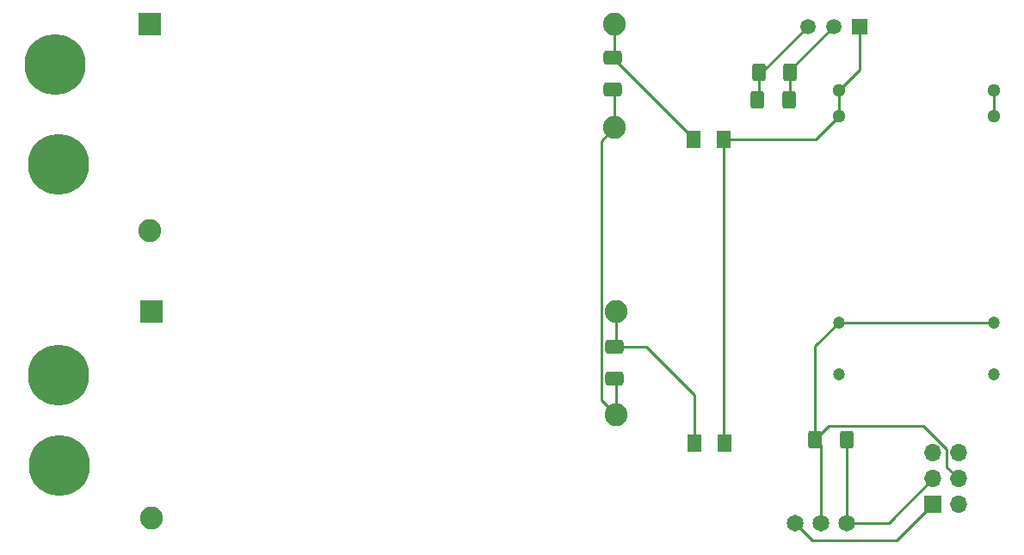
<source format=gbr>
%TF.GenerationSoftware,KiCad,Pcbnew,(6.0.7)*%
%TF.CreationDate,2023-04-08T09:09:21+05:30*%
%TF.ProjectId,aux_PS,6175785f-5053-42e6-9b69-6361645f7063,rev?*%
%TF.SameCoordinates,Original*%
%TF.FileFunction,Copper,L2,Bot*%
%TF.FilePolarity,Positive*%
%FSLAX46Y46*%
G04 Gerber Fmt 4.6, Leading zero omitted, Abs format (unit mm)*
G04 Created by KiCad (PCBNEW (6.0.7)) date 2023-04-08 09:09:21*
%MOMM*%
%LPD*%
G01*
G04 APERTURE LIST*
G04 Aperture macros list*
%AMRoundRect*
0 Rectangle with rounded corners*
0 $1 Rounding radius*
0 $2 $3 $4 $5 $6 $7 $8 $9 X,Y pos of 4 corners*
0 Add a 4 corners polygon primitive as box body*
4,1,4,$2,$3,$4,$5,$6,$7,$8,$9,$2,$3,0*
0 Add four circle primitives for the rounded corners*
1,1,$1+$1,$2,$3*
1,1,$1+$1,$4,$5*
1,1,$1+$1,$6,$7*
1,1,$1+$1,$8,$9*
0 Add four rect primitives between the rounded corners*
20,1,$1+$1,$2,$3,$4,$5,0*
20,1,$1+$1,$4,$5,$6,$7,0*
20,1,$1+$1,$6,$7,$8,$9,0*
20,1,$1+$1,$8,$9,$2,$3,0*%
G04 Aperture macros list end*
%TA.AperFunction,ComponentPad*%
%ADD10C,1.650000*%
%TD*%
%TA.AperFunction,SMDPad,CuDef*%
%ADD11RoundRect,0.250000X-0.400000X-0.625000X0.400000X-0.625000X0.400000X0.625000X-0.400000X0.625000X0*%
%TD*%
%TA.AperFunction,ComponentPad*%
%ADD12R,2.250000X2.250000*%
%TD*%
%TA.AperFunction,ComponentPad*%
%ADD13C,2.250000*%
%TD*%
%TA.AperFunction,ComponentPad*%
%ADD14R,1.500000X1.500000*%
%TD*%
%TA.AperFunction,ComponentPad*%
%ADD15C,1.500000*%
%TD*%
%TA.AperFunction,SMDPad,CuDef*%
%ADD16RoundRect,0.250000X0.400000X0.625000X-0.400000X0.625000X-0.400000X-0.625000X0.400000X-0.625000X0*%
%TD*%
%TA.AperFunction,ComponentPad*%
%ADD17C,1.286000*%
%TD*%
%TA.AperFunction,ComponentPad*%
%ADD18C,1.200000*%
%TD*%
%TA.AperFunction,ComponentPad*%
%ADD19R,1.700000X1.700000*%
%TD*%
%TA.AperFunction,ComponentPad*%
%ADD20O,1.700000X1.700000*%
%TD*%
%TA.AperFunction,SMDPad,CuDef*%
%ADD21RoundRect,0.250001X-0.462499X-0.624999X0.462499X-0.624999X0.462499X0.624999X-0.462499X0.624999X0*%
%TD*%
%TA.AperFunction,SMDPad,CuDef*%
%ADD22RoundRect,0.250000X-0.650000X0.412500X-0.650000X-0.412500X0.650000X-0.412500X0.650000X0.412500X0*%
%TD*%
%TA.AperFunction,ViaPad*%
%ADD23C,6.000000*%
%TD*%
%TA.AperFunction,ViaPad*%
%ADD24C,0.800000*%
%TD*%
%TA.AperFunction,Conductor*%
%ADD25C,0.250000*%
%TD*%
G04 APERTURE END LIST*
D10*
%TO.P,J1,1,+VIN*%
%TO.N,ctrl_15*%
X129510000Y-98380000D03*
%TO.P,J1,2,GND*%
%TO.N,ctrl_gnd*%
X132050000Y-98380000D03*
%TO.P,J1,3,+VOUT*%
%TO.N,ctrl_3v3*%
X134590000Y-98380000D03*
%TD*%
D11*
%TO.P,R2,1*%
%TO.N,ctrl_gnd*%
X131520000Y-90180000D03*
%TO.P,R2,2*%
%TO.N,ctrl_3v3*%
X134620000Y-90180000D03*
%TD*%
D12*
%TO.P,AC_DC1,1,AC_N*%
%TO.N,Batt_inn*%
X66230000Y-77570000D03*
D13*
%TO.P,AC_DC1,2,AC_L*%
%TO.N,Batt_inp*%
X66230000Y-97890000D03*
%TO.P,AC_DC1,3,-Vo*%
%TO.N,24_gnd*%
X111950000Y-87730000D03*
%TO.P,AC_DC1,4,+Vo*%
%TO.N,Net-(AC_DC1-Pad4)*%
X111950000Y-77570000D03*
%TD*%
D14*
%TO.P,PS1,1,VIN*%
%TO.N,/V_24*%
X135870000Y-49540000D03*
D15*
%TO.P,PS1,2,GND*%
%TO.N,24_gnd*%
X133330000Y-49540000D03*
%TO.P,PS1,3,VOUT*%
%TO.N,V12*%
X130790000Y-49540000D03*
%TD*%
D12*
%TO.P,AC_DC2,1,AC_N*%
%TO.N,AC_N*%
X66070000Y-49330000D03*
D13*
%TO.P,AC_DC2,2,AC_L*%
%TO.N,AC_L*%
X66070000Y-69650000D03*
%TO.P,AC_DC2,3,-Vo*%
%TO.N,24_gnd*%
X111790000Y-59490000D03*
%TO.P,AC_DC2,4,+Vo*%
%TO.N,Net-(D2-Pad1)*%
X111790000Y-49330000D03*
%TD*%
D16*
%TO.P,R1,1*%
%TO.N,24_gnd*%
X129055000Y-54060000D03*
%TO.P,R1,2*%
%TO.N,V12*%
X125955000Y-54060000D03*
%TD*%
D17*
%TO.P,DC_DC1,23,Vin*%
%TO.N,/V_24*%
X133835000Y-55800000D03*
%TO.P,DC_DC1,22,Vin*%
X133835000Y-58340000D03*
D18*
%TO.P,DC_DC1,16,common*%
%TO.N,ctrl_gnd*%
X133835000Y-78660000D03*
%TO.P,DC_DC1,14,+Vout*%
%TO.N,ctrl_15*%
X133835000Y-83740000D03*
%TO.P,DC_DC1,11,-Vout*%
%TO.N,ctrl_-15*%
X149075000Y-83740000D03*
%TO.P,DC_DC1,9,common*%
%TO.N,ctrl_gnd*%
X149075000Y-78660000D03*
D17*
%TO.P,DC_DC1,3,-Vin*%
%TO.N,24_gnd*%
X149075000Y-58340000D03*
%TO.P,DC_DC1,2,-Vin*%
X149075000Y-55800000D03*
%TD*%
D19*
%TO.P,J2,1,Pin_1*%
%TO.N,ctrl_15*%
X143100000Y-96575000D03*
D20*
%TO.P,J2,2,Pin_2*%
%TO.N,ctrl_-15*%
X145640000Y-96575000D03*
%TO.P,J2,3,Pin_3*%
%TO.N,ctrl_3v3*%
X143100000Y-94035000D03*
%TO.P,J2,4,Pin_4*%
%TO.N,ctrl_gnd*%
X145640000Y-94035000D03*
%TO.P,J2,5,Pin_5*%
%TO.N,24_gnd*%
X143100000Y-91495000D03*
%TO.P,J2,6,Pin_6*%
%TO.N,V12*%
X145640000Y-91495000D03*
%TD*%
D21*
%TO.P,D1,1,K*%
%TO.N,Net-(AC_DC1-Pad4)*%
X119675000Y-90520000D03*
%TO.P,D1,2,A*%
%TO.N,/V_24*%
X122650000Y-90520000D03*
%TD*%
D22*
%TO.P,C3,1*%
%TO.N,Net-(D2-Pad1)*%
X111630000Y-52637500D03*
%TO.P,C3,2*%
%TO.N,24_gnd*%
X111630000Y-55762500D03*
%TD*%
D21*
%TO.P,D2,1,K*%
%TO.N,Net-(D2-Pad1)*%
X119565000Y-60620000D03*
%TO.P,D2,2,A*%
%TO.N,/V_24*%
X122540000Y-60620000D03*
%TD*%
D16*
%TO.P,C5,1*%
%TO.N,24_gnd*%
X128965000Y-56750000D03*
%TO.P,C5,2*%
%TO.N,V12*%
X125865000Y-56750000D03*
%TD*%
D22*
%TO.P,C4,1*%
%TO.N,Net-(AC_DC1-Pad4)*%
X111800000Y-81047500D03*
%TO.P,C4,2*%
%TO.N,24_gnd*%
X111800000Y-84172500D03*
%TD*%
D23*
%TO.N,Batt_inn*%
X57100000Y-83850000D03*
%TO.N,Batt_inp*%
X57190000Y-92750000D03*
%TO.N,AC_L*%
X57050000Y-63100000D03*
%TO.N,AC_N*%
X56720000Y-53300000D03*
D24*
%TO.N,24_gnd*%
X129100000Y-56750000D03*
%TO.N,Net-(AC_DC1-Pad4)*%
X119675000Y-90520000D03*
%TD*%
D25*
%TO.N,ctrl_gnd*%
X144465000Y-91135000D02*
X144465000Y-92860000D01*
X142200000Y-88870000D02*
X144465000Y-91135000D01*
X144465000Y-92860000D02*
X145640000Y-94035000D01*
X131520000Y-90180000D02*
X132830000Y-88870000D01*
X132830000Y-88870000D02*
X142200000Y-88870000D01*
%TO.N,ctrl_15*%
X139567135Y-100107865D02*
X143100000Y-96575000D01*
X131237865Y-100107865D02*
X139567135Y-100107865D01*
X129510000Y-98380000D02*
X131237865Y-100107865D01*
%TO.N,ctrl_3v3*%
X138755000Y-98380000D02*
X143100000Y-94035000D01*
X134590000Y-98380000D02*
X138755000Y-98380000D01*
%TO.N,ctrl_gnd*%
X131520000Y-80975000D02*
X133835000Y-78660000D01*
X131520000Y-90180000D02*
X131520000Y-80975000D01*
%TO.N,ctrl_3v3*%
X134590000Y-90210000D02*
X134590000Y-98380000D01*
X134620000Y-90180000D02*
X134590000Y-90210000D01*
%TO.N,ctrl_gnd*%
X132050000Y-90710000D02*
X131520000Y-90180000D01*
X132050000Y-98380000D02*
X132050000Y-90710000D01*
X133835000Y-78660000D02*
X149075000Y-78660000D01*
%TO.N,24_gnd*%
X149075000Y-55800000D02*
X149075000Y-58340000D01*
%TO.N,/V_24*%
X135870000Y-53765000D02*
X133835000Y-55800000D01*
X135870000Y-49540000D02*
X135870000Y-53765000D01*
X131555000Y-60620000D02*
X133835000Y-58340000D01*
X122540000Y-60620000D02*
X131555000Y-60620000D01*
X133835000Y-55800000D02*
X133835000Y-58340000D01*
%TO.N,24_gnd*%
X129055000Y-53815000D02*
X133330000Y-49540000D01*
X129055000Y-54060000D02*
X129055000Y-53815000D01*
%TO.N,V12*%
X126270000Y-54060000D02*
X130790000Y-49540000D01*
X125955000Y-54060000D02*
X126270000Y-54060000D01*
%TO.N,24_gnd*%
X129055000Y-54060000D02*
X129055000Y-56660000D01*
X129055000Y-56660000D02*
X128965000Y-56750000D01*
%TO.N,V12*%
X125955000Y-54060000D02*
X125955000Y-56660000D01*
X125955000Y-56660000D02*
X125865000Y-56750000D01*
%TO.N,Net-(D2-Pad1)*%
X119565000Y-60572500D02*
X119565000Y-60620000D01*
X111630000Y-52637500D02*
X119565000Y-60572500D01*
%TO.N,/V_24*%
X122540000Y-90410000D02*
X122650000Y-90520000D01*
X122540000Y-60620000D02*
X122540000Y-90410000D01*
%TO.N,Net-(AC_DC1-Pad4)*%
X119675000Y-85795000D02*
X119675000Y-90520000D01*
X114927500Y-81047500D02*
X119675000Y-85795000D01*
X111800000Y-81047500D02*
X114927500Y-81047500D01*
X111950000Y-80897500D02*
X111800000Y-81047500D01*
X111950000Y-77570000D02*
X111950000Y-80897500D01*
%TO.N,24_gnd*%
X110500000Y-60780000D02*
X110500000Y-86280000D01*
X111790000Y-59490000D02*
X110500000Y-60780000D01*
X110500000Y-86280000D02*
X111950000Y-87730000D01*
X111800000Y-84172500D02*
X111950000Y-84322500D01*
X111950000Y-84322500D02*
X111950000Y-87730000D01*
X111790000Y-55922500D02*
X111790000Y-59490000D01*
X111630000Y-55762500D02*
X111790000Y-55922500D01*
%TO.N,Net-(D2-Pad1)*%
X111790000Y-52477500D02*
X111630000Y-52637500D01*
X111790000Y-49330000D02*
X111790000Y-52477500D01*
%TD*%
M02*

</source>
